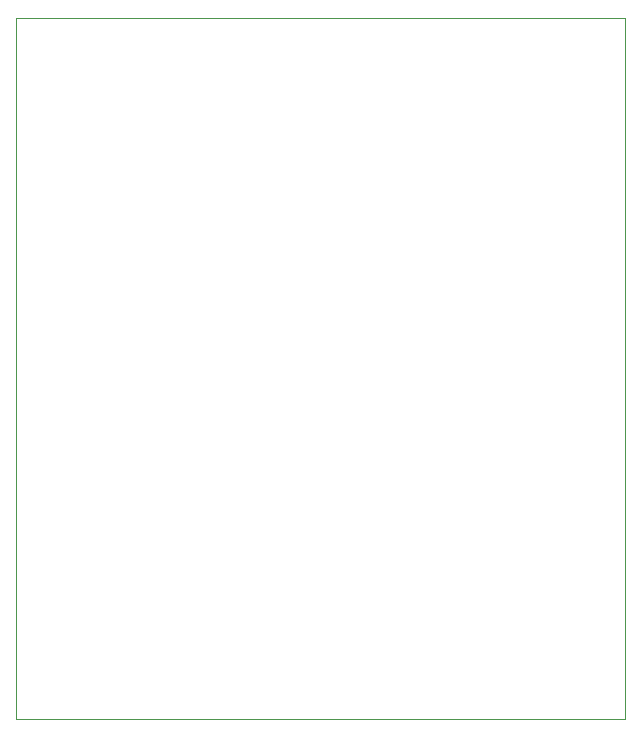
<source format=gbr>
%TF.GenerationSoftware,KiCad,Pcbnew,8.0.6*%
%TF.CreationDate,2025-08-05T17:19:42-05:00*%
%TF.ProjectId,PPDuino Nano Entradas,50504475-696e-46f2-904e-616e6f20456e,rev?*%
%TF.SameCoordinates,Original*%
%TF.FileFunction,Profile,NP*%
%FSLAX46Y46*%
G04 Gerber Fmt 4.6, Leading zero omitted, Abs format (unit mm)*
G04 Created by KiCad (PCBNEW 8.0.6) date 2025-08-05 17:19:42*
%MOMM*%
%LPD*%
G01*
G04 APERTURE LIST*
%TA.AperFunction,Profile*%
%ADD10C,0.050000*%
%TD*%
G04 APERTURE END LIST*
D10*
X119900000Y-61390000D02*
X171500000Y-61390000D01*
X171500000Y-120790000D01*
X119900000Y-120790000D01*
X119900000Y-61390000D01*
M02*

</source>
